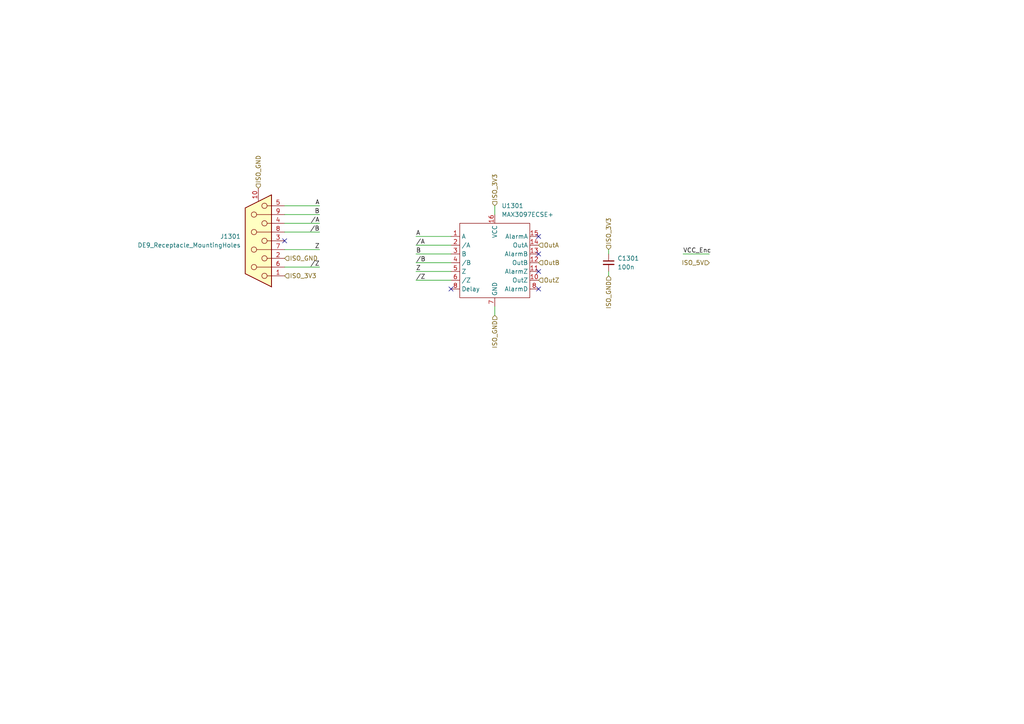
<source format=kicad_sch>
(kicad_sch (version 20250114) (generator "eeschema") (generator_version "9.0")
  (paper "A4")
  (lib_symbols
    (symbol "Connector:DE9_Receptacle_MountingHoles" (pin_names (offset 1.016) (hide yes))
      (property "Reference" "J3" (at 5.08 -1.27 0))
      (property "Value" "DE9_Receptacle_MountingHoles" (at 5.08 1.27 0))
      (symbol "DE9_Receptacle_MountingHoles_0_1"
        (polyline (pts (xy -3.81 13.335) (xy -3.81 -13.335) (xy 3.81 -9.525) (xy 3.81 9.525) (xy -3.81 13.335)) (stroke (width 0.254)) (fill (type background)))
        (polyline (pts (xy -3.81 10.16) (xy -2.54 10.16)))
        (polyline (pts (xy -3.81 7.62) (xy 0.508 7.62)))
        (polyline (pts (xy -3.81 5.08) (xy -2.54 5.08)))
        (polyline (pts (xy -3.81 2.54) (xy 0.508 2.54)))
        (polyline (pts (xy -3.81 0) (xy -2.54 0)))
        (polyline (pts (xy -3.81 -2.54) (xy 0.508 -2.54)))
        (polyline (pts (xy -3.81 -5.08) (xy -2.54 -5.08)))
        (polyline (pts (xy -3.81 -7.62) (xy 0.508 -7.62)))
        (polyline (pts (xy -3.81 -10.16) (xy -2.54 -10.16)))
        (circle (center -1.778 10.16) (radius 0.762))
        (circle (center -1.778 5.08) (radius 0.762))
        (circle (center -1.778 0) (radius 0.762))
        (circle (center -1.778 -5.08) (radius 0.762))
        (circle (center -1.778 -10.16) (radius 0.762))
        (circle (center 1.27 7.62) (radius 0.762))
        (circle (center 1.27 2.54) (radius 0.762))
        (circle (center 1.27 -2.54) (radius 0.762))
        (circle (center 1.27 -7.62) (radius 0.762))
      )
      (symbol "DE9_Receptacle_MountingHoles_1_1"
        (pin passive line (at -7.62 10.16 0) (length 3.81) (name "1") (number "1"))
        (pin passive line (at -7.62 7.62 0) (length 3.81) (name "6") (number "6"))
        (pin passive line (at -7.62 5.08 0) (length 3.81) (name "2") (number "2"))
        (pin passive line (at -7.62 2.54 0) (length 3.81) (name "7") (number "7"))
        (pin passive line (at -7.62 0 0) (length 3.81) (name "3") (number "3"))
        (pin passive line (at -7.62 -2.54 0) (length 3.81) (name "8") (number "8"))
        (pin passive line (at -7.62 -5.08 0) (length 3.81) (name "4") (number "4"))
        (pin passive line (at -7.62 -7.62 0) (length 3.81) (name "9") (number "9"))
        (pin passive line (at -7.62 -10.16 0) (length 3.81) (name "5") (number "5"))
        (pin passive line (at 0 -15.24 90) (length 3.81) (name "PAD") (number "10"))
      )
    )
    (symbol "Custom:MAX3097ECSE+"
      (property "Reference" "U" (at -8.89 12.7 0))
      (property "Value" "MAX3097ECSE+" (at 8.89 12.7 0))
      (symbol "MAX3097ECSE+_0_1"
        (rectangle (start -10.16 11.43) (end 10.16 -10.16))
      )
      (symbol "MAX3097ECSE+_1_1"
        (pin input line (at -12.7 7.62 0) (length 2.54) (name "A") (number "1"))
        (pin input line (at -12.7 5.08 0) (length 2.54) (name "/A") (number "2"))
        (pin input line (at -12.7 2.54 0) (length 2.54) (name "B") (number "3"))
        (pin input line (at -12.7 0 0) (length 2.54) (name "/B") (number "4"))
        (pin input line (at -12.7 -2.54 0) (length 2.54) (name "Z") (number "5"))
        (pin input line (at -12.7 -5.08 0) (length 2.54) (name "/Z") (number "6"))
        (pin input line (at -12.7 -7.62 0) (length 2.54) (name "Delay") (number "8"))
        (pin power_in line (at 0 13.97 270) (length 2.54) (name "VCC") (number "16"))
        (pin power_in line (at 0 -12.7 90) (length 2.54) (name "GND") (number "7"))
        (pin output line (at 12.7 7.62 180) (length 2.54) (name "AlarmA") (number "15"))
        (pin output line (at 12.7 5.08 180) (length 2.54) (name "OutA") (number "14"))
        (pin output line (at 12.7 2.54 180) (length 2.54) (name "AlarmB") (number "13"))
        (pin output line (at 12.7 0 180) (length 2.54) (name "OutB") (number "12"))
        (pin output line (at 12.7 -2.54 180) (length 2.54) (name "AlarmZ") (number "11"))
        (pin output line (at 12.7 -5.08 180) (length 2.54) (name "OutZ") (number "10"))
        (pin output line (at 12.7 -7.62 180) (length 2.54) (name "AlarmD") (number "8"))
      )
    )
    (symbol "Device:C_Small" (pin_numbers (hide yes)) (pin_names (offset 0.254) (hide yes))
      (property "Reference" "C" (at 0.254 1.778 0))
      (property "Value" "C_Small" (at 0.254 -2.032 0))
      (symbol "C_Small_0_1"
        (polyline (pts (xy -1.524 0.508) (xy 1.524 0.508)) (stroke (width 0.3048)))
        (polyline (pts (xy -1.524 -0.508) (xy 1.524 -0.508)) (stroke (width 0.3302)))
      )
      (symbol "C_Small_1_1"
        (pin passive line (at 0 2.54 270) (length 2.032) (name "~") (number "1"))
        (pin passive line (at 0 -2.54 90) (length 2.032) (name "~") (number "2"))
      )
    )
  )
  (no_connect (at 156.21 68.58))
  (no_connect (at 130.81 83.82))
  (no_connect (at 156.21 73.66))
  (no_connect (at 156.21 78.74))
  (no_connect (at 82.55 69.85))
  (no_connect (at 156.21 83.82))
  (wire (pts (xy 120.65 76.2) (xy 130.81 76.2)))
  (wire (pts (xy 176.53 78.74) (xy 176.53 80.01)))
  (wire (pts (xy 198.12 73.66) (xy 205.74 73.66)))
  (wire (pts (xy 82.55 62.23) (xy 92.71 62.23)))
  (wire (pts (xy 143.51 88.9) (xy 143.51 91.44)))
  (wire (pts (xy 82.55 72.39) (xy 92.71 72.39)))
  (wire (pts (xy 120.65 78.74) (xy 130.81 78.74)))
  (wire (pts (xy 176.53 72.39) (xy 176.53 73.66)))
  (wire (pts (xy 120.65 73.66) (xy 130.81 73.66)))
  (wire (pts (xy 82.55 77.47) (xy 92.71 77.47)))
  (wire (pts (xy 82.55 59.69) (xy 92.71 59.69)))
  (wire (pts (xy 82.55 67.31) (xy 92.71 67.31)))
  (wire (pts (xy 120.65 81.28) (xy 130.81 81.28)))
  (wire (pts (xy 82.55 64.77) (xy 92.71 64.77)))
  (wire (pts (xy 143.51 59.69) (xy 143.51 62.23)))
  (wire (pts (xy 120.65 68.58) (xy 130.81 68.58)))
  (wire (pts (xy 120.65 71.12) (xy 130.81 71.12)))
  (label "VCC_Enc" (at 198.12 73.66 0))
  (label "{slash}Z" (at 92.71 77.47 180))
  (label "A" (at 92.71 59.69 180))
  (label "{slash}A" (at 120.65 71.12 0))
  (label "B" (at 92.71 62.23 180))
  (label "A" (at 120.65 68.58 0))
  (label "Z" (at 120.65 78.74 0))
  (label "B" (at 120.65 73.66 0))
  (label "Z" (at 92.71 72.39 180))
  (label "{slash}Z" (at 120.65 81.28 0))
  (label "{slash}B" (at 120.65 76.2 0))
  (label "{slash}A" (at 92.71 64.77 180))
  (label "{slash}B" (at 92.71 67.31 180))
  (hierarchical_label "OutB" (shape input) (at 156.21 76.2 0))
  (hierarchical_label "ISO_5V" (shape input) (at 205.74 76.2 180))
  (hierarchical_label "ISO_GND" (shape input) (at 74.93 54.61 90))
  (hierarchical_label "OutA" (shape input) (at 156.21 71.12 0))
  (hierarchical_label "ISO_GND" (shape input) (at 82.55 74.93 0))
  (hierarchical_label "ISO_3V3" (shape input) (at 82.55 80.01 0))
  (hierarchical_label "ISO_GND" (shape input) (at 143.51 91.44 270))
  (hierarchical_label "ISO_3V3" (shape input) (at 143.51 59.69 90))
  (hierarchical_label "ISO_GND" (shape input) (at 176.53 80.01 270))
  (hierarchical_label "ISO_3V3" (shape input) (at 176.53 72.39 90))
  (hierarchical_label "OutZ" (shape input) (at 156.21 81.28 0))
  (symbol (lib_id "Device:C_Small") (at 176.53 76.2 0) (unit 1)
    (property "Reference" "C1301" (at 179.07 74.9363 0) (effects (justify left)))
    (property "Value" "100n" (at 179.07 77.4763 0) (effects (justify left)))
    (property "Footprint" "Capacitor_SMD:C_0402_1005Metric" (effects (hide yes)))
    (property "Fournisseur" "Wurth" (effects (hide yes)))
    (property "MFR" "885 012 105 018" (effects (hide yes)))
  )
  (symbol (lib_id "Custom:MAX3097ECSE+") (at 143.51 76.2 0) (unit 1)
    (property "Reference" "U1301" (at 145.4659 59.69 0) (effects (justify left)))
    (property "Value" "MAX3097ECSE+" (at 145.4659 62.23 0) (effects (justify left)))
    (property "Footprint" "Package_SO:SOIC-16_3.9x9.9mm_P1.27mm" (effects (hide yes)))
    (property "Datasheet" "https://www.mouser.fr/datasheet/2/609/MAX3097E_MAX3098E-3128450.pdf" (effects (hide yes)))
    (property "Fournisseur" "Farnell" (effects (hide yes)))
    (property "MFR" "MAX3097ECSE+" (effects (hide yes)))
    (property "Ref" "2518786" (effects (hide yes)))
  )
  (symbol (lib_id "Connector:DE9_Receptacle_MountingHoles") (at 74.93 69.85 180) (unit 1)
    (property "Reference" "J1301" (at 69.85 68.58 0) (effects (justify left)))
    (property "Value" "DE9_Receptacle_MountingHoles" (at 69.85 71.12 0) (effects (justify left)))
    (property "Footprint" "Custom:618009233821" (effects (hide yes)))
    (property "Datasheet" "https://www.we-online.com/components/products/datasheet/618009231421.pdf" (effects (hide yes)))
    (property "MFR" "618 009 231 421" (effects (hide yes)))
    (property "Fournisseur" "Wurth" (effects (hide yes)))
  )
)
</source>
